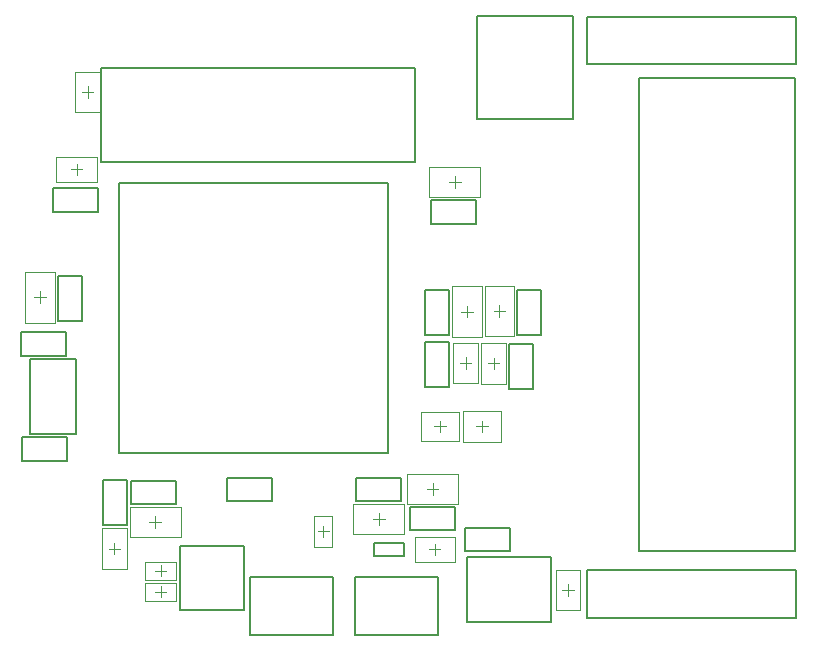
<source format=gbr>
G04*
G04 #@! TF.GenerationSoftware,Altium Limited,Altium Designer,25.1.2 (22)*
G04*
G04 Layer_Color=32768*
%FSLAX25Y25*%
%MOIN*%
G70*
G04*
G04 #@! TF.SameCoordinates,8CEF69DF-C305-4807-9533-15B17650E19F*
G04*
G04*
G04 #@! TF.FilePolarity,Positive*
G04*
G01*
G75*
%ADD13C,0.00787*%
%ADD14C,0.00600*%
%ADD78C,0.00394*%
%ADD82C,0.00197*%
D13*
X433327Y331800D02*
Y421564D01*
Y331800D02*
X523091D01*
Y421564D01*
X433327D02*
X523091D01*
X552902Y443044D02*
X584634D01*
X552902D02*
Y477296D01*
X584634D01*
Y443044D02*
Y477296D01*
X549425Y275173D02*
Y296827D01*
Y275173D02*
X577575D01*
Y296827D01*
X549425D02*
X577575D01*
X589551Y461307D02*
X659236D01*
X589551D02*
Y477055D01*
X659236D01*
Y461307D02*
Y477055D01*
X453856Y279449D02*
Y300551D01*
Y279449D02*
X475144D01*
Y300551D01*
X453856D02*
X475144D01*
X659079Y276807D02*
Y292555D01*
X589394D02*
X659079D01*
X589394Y276807D02*
X589394Y292555D01*
X589394Y276807D02*
X659079Y276807D01*
X548788Y298831D02*
Y306752D01*
Y298831D02*
X563797D01*
Y306752D01*
X548788D02*
X563797D01*
X512220Y270886D02*
Y290177D01*
Y270886D02*
X539780D01*
Y290177D01*
X512220D02*
X539780D01*
X477220Y270886D02*
Y290177D01*
Y270886D02*
X504779D01*
Y290177D01*
X477220D02*
X504779D01*
X545345Y305850D02*
Y313771D01*
X530337D02*
X545345D01*
X530337Y305850D02*
Y313771D01*
Y305850D02*
X545345D01*
X518579Y301665D02*
X528421D01*
Y297335D02*
Y301665D01*
X518579Y297335D02*
X528421D01*
X518579D02*
Y301665D01*
X571461Y352996D02*
Y368004D01*
X563539Y352996D02*
X571461D01*
X563539D02*
Y368004D01*
X571461D01*
X543461Y353496D02*
Y368504D01*
X535539Y353496D02*
X543461D01*
X535539D02*
Y368504D01*
X543461D01*
X537496Y415961D02*
X552504D01*
Y408039D02*
Y415961D01*
X537496Y408039D02*
X552504D01*
X537496D02*
Y415961D01*
X411496Y412039D02*
X426504D01*
X411496D02*
Y419961D01*
X426504D01*
Y412039D02*
Y419961D01*
X436084Y307482D02*
Y322490D01*
X428163Y307482D02*
X436084D01*
X428163D02*
Y322490D01*
X436084D01*
X400978Y328980D02*
X415986D01*
X400978D02*
Y336902D01*
X415986D01*
Y328980D02*
Y336902D01*
X400634Y364098D02*
X415642D01*
X400634D02*
Y372020D01*
X415642D01*
Y364098D02*
Y372020D01*
X437496Y314539D02*
X452504D01*
X437496D02*
Y322461D01*
X452504D01*
Y314539D02*
Y322461D01*
X469496Y323461D02*
X484504D01*
Y315539D02*
Y323461D01*
X469496Y315539D02*
X484504D01*
X469496D02*
Y323461D01*
X512318D02*
X527326D01*
Y315539D02*
Y323461D01*
X512318Y315539D02*
X527326D01*
X512318D02*
Y323461D01*
X566146Y371108D02*
Y386117D01*
X574068D01*
Y371108D02*
Y386117D01*
X566146Y371108D02*
X574068D01*
X413039Y375496D02*
Y390504D01*
X420961D01*
Y375496D02*
Y390504D01*
X413039Y375496D02*
X420961D01*
X535539Y370996D02*
Y386004D01*
X543461D01*
Y370996D02*
Y386004D01*
X535539Y370996D02*
X543461D01*
X403853Y337902D02*
Y363098D01*
X419207D01*
Y337902D02*
Y363098D01*
X403853Y337902D02*
X419207D01*
D14*
X427278Y428742D02*
X531978D01*
X427278D02*
Y460110D01*
X531978D01*
Y428742D02*
Y460110D01*
X606910Y456587D02*
X658910D01*
Y298987D02*
Y456587D01*
X606910Y298987D02*
X658910D01*
X606910D02*
Y456587D01*
D78*
X421130Y452000D02*
X424870D01*
X423000Y450130D02*
Y453870D01*
X552524Y340477D02*
X556461D01*
X554492Y338509D02*
Y342446D01*
X548995Y359763D02*
Y363503D01*
X547125Y361633D02*
X550865D01*
X556392Y361496D02*
X560133D01*
X558262Y359626D02*
Y363366D01*
X583102Y284130D02*
Y287870D01*
X581232Y286000D02*
X584972D01*
X445474Y292355D02*
X449215D01*
X447344Y290484D02*
Y294225D01*
X445474Y285390D02*
X449215D01*
X447344Y283520D02*
Y287260D01*
X431918Y297919D02*
Y301659D01*
X430048Y299789D02*
X433788D01*
X501500Y303630D02*
Y307370D01*
X499630Y305500D02*
X503370D01*
X538646Y297630D02*
Y301370D01*
X536776Y299500D02*
X540516D01*
X520029Y307649D02*
Y311586D01*
X518060Y309618D02*
X521997D01*
X419270Y424299D02*
Y428039D01*
X417400Y426169D02*
X421140D01*
X547414Y378790D02*
X551351D01*
X549382Y376821D02*
Y380759D01*
X558256Y379011D02*
X562193D01*
X560225Y377043D02*
Y380980D01*
X540500Y338531D02*
Y342469D01*
X538531Y340500D02*
X542469D01*
X543367Y421929D02*
X547304D01*
X545336Y419960D02*
Y423897D01*
X537931Y317724D02*
X537931Y321661D01*
X535962Y319693D02*
X539899D01*
X445549Y306649D02*
Y310586D01*
X443580Y308618D02*
X447517D01*
X405149Y383581D02*
X409086D01*
X407118Y381613D02*
Y385550D01*
D82*
X427134Y445307D02*
Y458693D01*
X418866Y445307D02*
Y458693D01*
X427134D01*
X418866Y445307D02*
X427134D01*
X560890Y335162D02*
Y345792D01*
X548095Y335162D02*
Y345792D01*
Y335162D02*
X560890D01*
X548095Y345792D02*
X560890D01*
X544861Y354940D02*
X553128D01*
X544861Y368325D02*
X553128D01*
X544861Y354940D02*
Y368325D01*
X553128Y354940D02*
Y368325D01*
X562396Y354803D02*
Y368189D01*
X554129Y354803D02*
Y368189D01*
X562396D01*
X554129Y354803D02*
X562396D01*
X578968Y279307D02*
X587236D01*
X578968Y292693D02*
X587236D01*
X578968Y279307D02*
Y292693D01*
X587236Y279307D02*
Y292693D01*
X452463Y289402D02*
X452463Y295307D01*
X442226Y289402D02*
Y295307D01*
Y289402D02*
X452463D01*
X442226Y295307D02*
X452463D01*
X442226Y282437D02*
Y288342D01*
X452463Y282437D02*
Y288342D01*
X442226D02*
X452463D01*
X442226Y282437D02*
X452463D01*
X427784Y306482D02*
X436052D01*
X427784Y293096D02*
X436052D01*
X436052Y306482D01*
X427784D02*
X427784Y293096D01*
X498547Y300382D02*
X504453D01*
X498547Y310618D02*
X504453D01*
X498547Y300382D02*
Y310618D01*
X504453Y300382D02*
Y310618D01*
X531953Y295366D02*
X545339D01*
X531953Y303634D02*
X545339D01*
Y295366D02*
Y303634D01*
X531953Y295366D02*
Y303634D01*
X511564Y314539D02*
X528494D01*
X511564Y304697D02*
X528494D01*
X511564D02*
Y314539D01*
X528494Y304697D02*
Y314539D01*
X412577Y422035D02*
X425962D01*
X412577Y430303D02*
X425962D01*
Y422035D02*
Y430303D01*
X412577Y422035D02*
Y430303D01*
X544461Y370325D02*
Y387255D01*
X554303Y370325D02*
Y387255D01*
X544461Y370325D02*
X554303D01*
X544461Y387255D02*
X554303D01*
X555303Y370547D02*
Y387476D01*
X565146Y370547D02*
Y387476D01*
X555303Y370547D02*
X565146D01*
X555303Y387476D02*
X565146D01*
X534102Y335579D02*
X546898D01*
X534102Y345421D02*
X546898D01*
Y335579D02*
Y345421D01*
X534102Y335579D02*
Y345421D01*
X553800Y417007D02*
Y426850D01*
X536871Y417007D02*
Y426850D01*
Y417007D02*
X553800D01*
X536871Y426850D02*
X553800D01*
X529466Y324614D02*
X546395Y324614D01*
X529466Y314771D02*
X546395Y314771D01*
X529466Y314771D02*
Y324614D01*
X546395Y314771D02*
Y324614D01*
X437084Y303697D02*
X454014D01*
X437084Y313539D02*
X454014D01*
Y303697D02*
Y313539D01*
X437084Y303697D02*
Y313539D01*
X402197Y375117D02*
Y392046D01*
X412039Y375117D02*
Y392046D01*
X402197Y375117D02*
X412039D01*
X402197Y392046D02*
X412039D01*
M02*

</source>
